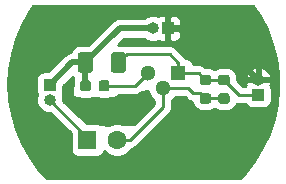
<source format=gbr>
G04 #@! TF.GenerationSoftware,KiCad,Pcbnew,(5.1.4)-1*
G04 #@! TF.CreationDate,2020-05-05T22:33:11+03:00*
G04 #@! TF.ProjectId,Single_Transitor_Amp,53696e67-6c65-45f5-9472-616e7369746f,V1.0*
G04 #@! TF.SameCoordinates,Original*
G04 #@! TF.FileFunction,Copper,L1,Top*
G04 #@! TF.FilePolarity,Positive*
%FSLAX46Y46*%
G04 Gerber Fmt 4.6, Leading zero omitted, Abs format (unit mm)*
G04 Created by KiCad (PCBNEW (5.1.4)-1) date 2020-05-05 22:33:11*
%MOMM*%
%LPD*%
G04 APERTURE LIST*
%ADD10C,1.600000*%
%ADD11R,1.600000X1.600000*%
%ADD12C,0.100000*%
%ADD13C,0.875000*%
%ADD14R,1.000000X1.000000*%
%ADD15O,1.000000X1.000000*%
%ADD16C,1.250000*%
%ADD17R,1.300000X1.300000*%
%ADD18C,1.300000*%
%ADD19C,0.500000*%
%ADD20C,0.250000*%
%ADD21C,0.254000*%
G04 APERTURE END LIST*
D10*
X108930000Y-113950000D03*
D11*
X106430000Y-113950000D03*
D12*
G36*
X118257691Y-108426053D02*
G01*
X118278926Y-108429203D01*
X118299750Y-108434419D01*
X118319962Y-108441651D01*
X118339368Y-108450830D01*
X118357781Y-108461866D01*
X118375024Y-108474654D01*
X118390930Y-108489070D01*
X118405346Y-108504976D01*
X118418134Y-108522219D01*
X118429170Y-108540632D01*
X118438349Y-108560038D01*
X118445581Y-108580250D01*
X118450797Y-108601074D01*
X118453947Y-108622309D01*
X118455000Y-108643750D01*
X118455000Y-109081250D01*
X118453947Y-109102691D01*
X118450797Y-109123926D01*
X118445581Y-109144750D01*
X118438349Y-109164962D01*
X118429170Y-109184368D01*
X118418134Y-109202781D01*
X118405346Y-109220024D01*
X118390930Y-109235930D01*
X118375024Y-109250346D01*
X118357781Y-109263134D01*
X118339368Y-109274170D01*
X118319962Y-109283349D01*
X118299750Y-109290581D01*
X118278926Y-109295797D01*
X118257691Y-109298947D01*
X118236250Y-109300000D01*
X117723750Y-109300000D01*
X117702309Y-109298947D01*
X117681074Y-109295797D01*
X117660250Y-109290581D01*
X117640038Y-109283349D01*
X117620632Y-109274170D01*
X117602219Y-109263134D01*
X117584976Y-109250346D01*
X117569070Y-109235930D01*
X117554654Y-109220024D01*
X117541866Y-109202781D01*
X117530830Y-109184368D01*
X117521651Y-109164962D01*
X117514419Y-109144750D01*
X117509203Y-109123926D01*
X117506053Y-109102691D01*
X117505000Y-109081250D01*
X117505000Y-108643750D01*
X117506053Y-108622309D01*
X117509203Y-108601074D01*
X117514419Y-108580250D01*
X117521651Y-108560038D01*
X117530830Y-108540632D01*
X117541866Y-108522219D01*
X117554654Y-108504976D01*
X117569070Y-108489070D01*
X117584976Y-108474654D01*
X117602219Y-108461866D01*
X117620632Y-108450830D01*
X117640038Y-108441651D01*
X117660250Y-108434419D01*
X117681074Y-108429203D01*
X117702309Y-108426053D01*
X117723750Y-108425000D01*
X118236250Y-108425000D01*
X118257691Y-108426053D01*
X118257691Y-108426053D01*
G37*
D13*
X117980000Y-108862500D03*
D12*
G36*
X118257691Y-110001053D02*
G01*
X118278926Y-110004203D01*
X118299750Y-110009419D01*
X118319962Y-110016651D01*
X118339368Y-110025830D01*
X118357781Y-110036866D01*
X118375024Y-110049654D01*
X118390930Y-110064070D01*
X118405346Y-110079976D01*
X118418134Y-110097219D01*
X118429170Y-110115632D01*
X118438349Y-110135038D01*
X118445581Y-110155250D01*
X118450797Y-110176074D01*
X118453947Y-110197309D01*
X118455000Y-110218750D01*
X118455000Y-110656250D01*
X118453947Y-110677691D01*
X118450797Y-110698926D01*
X118445581Y-110719750D01*
X118438349Y-110739962D01*
X118429170Y-110759368D01*
X118418134Y-110777781D01*
X118405346Y-110795024D01*
X118390930Y-110810930D01*
X118375024Y-110825346D01*
X118357781Y-110838134D01*
X118339368Y-110849170D01*
X118319962Y-110858349D01*
X118299750Y-110865581D01*
X118278926Y-110870797D01*
X118257691Y-110873947D01*
X118236250Y-110875000D01*
X117723750Y-110875000D01*
X117702309Y-110873947D01*
X117681074Y-110870797D01*
X117660250Y-110865581D01*
X117640038Y-110858349D01*
X117620632Y-110849170D01*
X117602219Y-110838134D01*
X117584976Y-110825346D01*
X117569070Y-110810930D01*
X117554654Y-110795024D01*
X117541866Y-110777781D01*
X117530830Y-110759368D01*
X117521651Y-110739962D01*
X117514419Y-110719750D01*
X117509203Y-110698926D01*
X117506053Y-110677691D01*
X117505000Y-110656250D01*
X117505000Y-110218750D01*
X117506053Y-110197309D01*
X117509203Y-110176074D01*
X117514419Y-110155250D01*
X117521651Y-110135038D01*
X117530830Y-110115632D01*
X117541866Y-110097219D01*
X117554654Y-110079976D01*
X117569070Y-110064070D01*
X117584976Y-110049654D01*
X117602219Y-110036866D01*
X117620632Y-110025830D01*
X117640038Y-110016651D01*
X117660250Y-110009419D01*
X117681074Y-110004203D01*
X117702309Y-110001053D01*
X117723750Y-110000000D01*
X118236250Y-110000000D01*
X118257691Y-110001053D01*
X118257691Y-110001053D01*
G37*
D13*
X117980000Y-110437500D03*
D14*
X120880000Y-110130000D03*
D15*
X120880000Y-108860000D03*
D12*
G36*
X116687691Y-110001053D02*
G01*
X116708926Y-110004203D01*
X116729750Y-110009419D01*
X116749962Y-110016651D01*
X116769368Y-110025830D01*
X116787781Y-110036866D01*
X116805024Y-110049654D01*
X116820930Y-110064070D01*
X116835346Y-110079976D01*
X116848134Y-110097219D01*
X116859170Y-110115632D01*
X116868349Y-110135038D01*
X116875581Y-110155250D01*
X116880797Y-110176074D01*
X116883947Y-110197309D01*
X116885000Y-110218750D01*
X116885000Y-110656250D01*
X116883947Y-110677691D01*
X116880797Y-110698926D01*
X116875581Y-110719750D01*
X116868349Y-110739962D01*
X116859170Y-110759368D01*
X116848134Y-110777781D01*
X116835346Y-110795024D01*
X116820930Y-110810930D01*
X116805024Y-110825346D01*
X116787781Y-110838134D01*
X116769368Y-110849170D01*
X116749962Y-110858349D01*
X116729750Y-110865581D01*
X116708926Y-110870797D01*
X116687691Y-110873947D01*
X116666250Y-110875000D01*
X116153750Y-110875000D01*
X116132309Y-110873947D01*
X116111074Y-110870797D01*
X116090250Y-110865581D01*
X116070038Y-110858349D01*
X116050632Y-110849170D01*
X116032219Y-110838134D01*
X116014976Y-110825346D01*
X115999070Y-110810930D01*
X115984654Y-110795024D01*
X115971866Y-110777781D01*
X115960830Y-110759368D01*
X115951651Y-110739962D01*
X115944419Y-110719750D01*
X115939203Y-110698926D01*
X115936053Y-110677691D01*
X115935000Y-110656250D01*
X115935000Y-110218750D01*
X115936053Y-110197309D01*
X115939203Y-110176074D01*
X115944419Y-110155250D01*
X115951651Y-110135038D01*
X115960830Y-110115632D01*
X115971866Y-110097219D01*
X115984654Y-110079976D01*
X115999070Y-110064070D01*
X116014976Y-110049654D01*
X116032219Y-110036866D01*
X116050632Y-110025830D01*
X116070038Y-110016651D01*
X116090250Y-110009419D01*
X116111074Y-110004203D01*
X116132309Y-110001053D01*
X116153750Y-110000000D01*
X116666250Y-110000000D01*
X116687691Y-110001053D01*
X116687691Y-110001053D01*
G37*
D13*
X116410000Y-110437500D03*
D12*
G36*
X116687691Y-108426053D02*
G01*
X116708926Y-108429203D01*
X116729750Y-108434419D01*
X116749962Y-108441651D01*
X116769368Y-108450830D01*
X116787781Y-108461866D01*
X116805024Y-108474654D01*
X116820930Y-108489070D01*
X116835346Y-108504976D01*
X116848134Y-108522219D01*
X116859170Y-108540632D01*
X116868349Y-108560038D01*
X116875581Y-108580250D01*
X116880797Y-108601074D01*
X116883947Y-108622309D01*
X116885000Y-108643750D01*
X116885000Y-109081250D01*
X116883947Y-109102691D01*
X116880797Y-109123926D01*
X116875581Y-109144750D01*
X116868349Y-109164962D01*
X116859170Y-109184368D01*
X116848134Y-109202781D01*
X116835346Y-109220024D01*
X116820930Y-109235930D01*
X116805024Y-109250346D01*
X116787781Y-109263134D01*
X116769368Y-109274170D01*
X116749962Y-109283349D01*
X116729750Y-109290581D01*
X116708926Y-109295797D01*
X116687691Y-109298947D01*
X116666250Y-109300000D01*
X116153750Y-109300000D01*
X116132309Y-109298947D01*
X116111074Y-109295797D01*
X116090250Y-109290581D01*
X116070038Y-109283349D01*
X116050632Y-109274170D01*
X116032219Y-109263134D01*
X116014976Y-109250346D01*
X115999070Y-109235930D01*
X115984654Y-109220024D01*
X115971866Y-109202781D01*
X115960830Y-109184368D01*
X115951651Y-109164962D01*
X115944419Y-109144750D01*
X115939203Y-109123926D01*
X115936053Y-109102691D01*
X115935000Y-109081250D01*
X115935000Y-108643750D01*
X115936053Y-108622309D01*
X115939203Y-108601074D01*
X115944419Y-108580250D01*
X115951651Y-108560038D01*
X115960830Y-108540632D01*
X115971866Y-108522219D01*
X115984654Y-108504976D01*
X115999070Y-108489070D01*
X116014976Y-108474654D01*
X116032219Y-108461866D01*
X116050632Y-108450830D01*
X116070038Y-108441651D01*
X116090250Y-108434419D01*
X116111074Y-108429203D01*
X116132309Y-108426053D01*
X116153750Y-108425000D01*
X116666250Y-108425000D01*
X116687691Y-108426053D01*
X116687691Y-108426053D01*
G37*
D13*
X116410000Y-108862500D03*
D12*
G36*
X106649504Y-106516204D02*
G01*
X106673773Y-106519804D01*
X106697571Y-106525765D01*
X106720671Y-106534030D01*
X106742849Y-106544520D01*
X106763893Y-106557133D01*
X106783598Y-106571747D01*
X106801777Y-106588223D01*
X106818253Y-106606402D01*
X106832867Y-106626107D01*
X106845480Y-106647151D01*
X106855970Y-106669329D01*
X106864235Y-106692429D01*
X106870196Y-106716227D01*
X106873796Y-106740496D01*
X106875000Y-106765000D01*
X106875000Y-108015000D01*
X106873796Y-108039504D01*
X106870196Y-108063773D01*
X106864235Y-108087571D01*
X106855970Y-108110671D01*
X106845480Y-108132849D01*
X106832867Y-108153893D01*
X106818253Y-108173598D01*
X106801777Y-108191777D01*
X106783598Y-108208253D01*
X106763893Y-108222867D01*
X106742849Y-108235480D01*
X106720671Y-108245970D01*
X106697571Y-108254235D01*
X106673773Y-108260196D01*
X106649504Y-108263796D01*
X106625000Y-108265000D01*
X105875000Y-108265000D01*
X105850496Y-108263796D01*
X105826227Y-108260196D01*
X105802429Y-108254235D01*
X105779329Y-108245970D01*
X105757151Y-108235480D01*
X105736107Y-108222867D01*
X105716402Y-108208253D01*
X105698223Y-108191777D01*
X105681747Y-108173598D01*
X105667133Y-108153893D01*
X105654520Y-108132849D01*
X105644030Y-108110671D01*
X105635765Y-108087571D01*
X105629804Y-108063773D01*
X105626204Y-108039504D01*
X105625000Y-108015000D01*
X105625000Y-106765000D01*
X105626204Y-106740496D01*
X105629804Y-106716227D01*
X105635765Y-106692429D01*
X105644030Y-106669329D01*
X105654520Y-106647151D01*
X105667133Y-106626107D01*
X105681747Y-106606402D01*
X105698223Y-106588223D01*
X105716402Y-106571747D01*
X105736107Y-106557133D01*
X105757151Y-106544520D01*
X105779329Y-106534030D01*
X105802429Y-106525765D01*
X105826227Y-106519804D01*
X105850496Y-106516204D01*
X105875000Y-106515000D01*
X106625000Y-106515000D01*
X106649504Y-106516204D01*
X106649504Y-106516204D01*
G37*
D16*
X106250000Y-107390000D03*
D12*
G36*
X109449504Y-106516204D02*
G01*
X109473773Y-106519804D01*
X109497571Y-106525765D01*
X109520671Y-106534030D01*
X109542849Y-106544520D01*
X109563893Y-106557133D01*
X109583598Y-106571747D01*
X109601777Y-106588223D01*
X109618253Y-106606402D01*
X109632867Y-106626107D01*
X109645480Y-106647151D01*
X109655970Y-106669329D01*
X109664235Y-106692429D01*
X109670196Y-106716227D01*
X109673796Y-106740496D01*
X109675000Y-106765000D01*
X109675000Y-108015000D01*
X109673796Y-108039504D01*
X109670196Y-108063773D01*
X109664235Y-108087571D01*
X109655970Y-108110671D01*
X109645480Y-108132849D01*
X109632867Y-108153893D01*
X109618253Y-108173598D01*
X109601777Y-108191777D01*
X109583598Y-108208253D01*
X109563893Y-108222867D01*
X109542849Y-108235480D01*
X109520671Y-108245970D01*
X109497571Y-108254235D01*
X109473773Y-108260196D01*
X109449504Y-108263796D01*
X109425000Y-108265000D01*
X108675000Y-108265000D01*
X108650496Y-108263796D01*
X108626227Y-108260196D01*
X108602429Y-108254235D01*
X108579329Y-108245970D01*
X108557151Y-108235480D01*
X108536107Y-108222867D01*
X108516402Y-108208253D01*
X108498223Y-108191777D01*
X108481747Y-108173598D01*
X108467133Y-108153893D01*
X108454520Y-108132849D01*
X108444030Y-108110671D01*
X108435765Y-108087571D01*
X108429804Y-108063773D01*
X108426204Y-108039504D01*
X108425000Y-108015000D01*
X108425000Y-106765000D01*
X108426204Y-106740496D01*
X108429804Y-106716227D01*
X108435765Y-106692429D01*
X108444030Y-106669329D01*
X108454520Y-106647151D01*
X108467133Y-106626107D01*
X108481747Y-106606402D01*
X108498223Y-106588223D01*
X108516402Y-106571747D01*
X108536107Y-106557133D01*
X108557151Y-106544520D01*
X108579329Y-106534030D01*
X108602429Y-106525765D01*
X108626227Y-106519804D01*
X108650496Y-106516204D01*
X108675000Y-106515000D01*
X109425000Y-106515000D01*
X109449504Y-106516204D01*
X109449504Y-106516204D01*
G37*
D16*
X109050000Y-107390000D03*
D12*
G36*
X106502691Y-108896053D02*
G01*
X106523926Y-108899203D01*
X106544750Y-108904419D01*
X106564962Y-108911651D01*
X106584368Y-108920830D01*
X106602781Y-108931866D01*
X106620024Y-108944654D01*
X106635930Y-108959070D01*
X106650346Y-108974976D01*
X106663134Y-108992219D01*
X106674170Y-109010632D01*
X106683349Y-109030038D01*
X106690581Y-109050250D01*
X106695797Y-109071074D01*
X106698947Y-109092309D01*
X106700000Y-109113750D01*
X106700000Y-109626250D01*
X106698947Y-109647691D01*
X106695797Y-109668926D01*
X106690581Y-109689750D01*
X106683349Y-109709962D01*
X106674170Y-109729368D01*
X106663134Y-109747781D01*
X106650346Y-109765024D01*
X106635930Y-109780930D01*
X106620024Y-109795346D01*
X106602781Y-109808134D01*
X106584368Y-109819170D01*
X106564962Y-109828349D01*
X106544750Y-109835581D01*
X106523926Y-109840797D01*
X106502691Y-109843947D01*
X106481250Y-109845000D01*
X106043750Y-109845000D01*
X106022309Y-109843947D01*
X106001074Y-109840797D01*
X105980250Y-109835581D01*
X105960038Y-109828349D01*
X105940632Y-109819170D01*
X105922219Y-109808134D01*
X105904976Y-109795346D01*
X105889070Y-109780930D01*
X105874654Y-109765024D01*
X105861866Y-109747781D01*
X105850830Y-109729368D01*
X105841651Y-109709962D01*
X105834419Y-109689750D01*
X105829203Y-109668926D01*
X105826053Y-109647691D01*
X105825000Y-109626250D01*
X105825000Y-109113750D01*
X105826053Y-109092309D01*
X105829203Y-109071074D01*
X105834419Y-109050250D01*
X105841651Y-109030038D01*
X105850830Y-109010632D01*
X105861866Y-108992219D01*
X105874654Y-108974976D01*
X105889070Y-108959070D01*
X105904976Y-108944654D01*
X105922219Y-108931866D01*
X105940632Y-108920830D01*
X105960038Y-108911651D01*
X105980250Y-108904419D01*
X106001074Y-108899203D01*
X106022309Y-108896053D01*
X106043750Y-108895000D01*
X106481250Y-108895000D01*
X106502691Y-108896053D01*
X106502691Y-108896053D01*
G37*
D13*
X106262500Y-109370000D03*
D12*
G36*
X108077691Y-108896053D02*
G01*
X108098926Y-108899203D01*
X108119750Y-108904419D01*
X108139962Y-108911651D01*
X108159368Y-108920830D01*
X108177781Y-108931866D01*
X108195024Y-108944654D01*
X108210930Y-108959070D01*
X108225346Y-108974976D01*
X108238134Y-108992219D01*
X108249170Y-109010632D01*
X108258349Y-109030038D01*
X108265581Y-109050250D01*
X108270797Y-109071074D01*
X108273947Y-109092309D01*
X108275000Y-109113750D01*
X108275000Y-109626250D01*
X108273947Y-109647691D01*
X108270797Y-109668926D01*
X108265581Y-109689750D01*
X108258349Y-109709962D01*
X108249170Y-109729368D01*
X108238134Y-109747781D01*
X108225346Y-109765024D01*
X108210930Y-109780930D01*
X108195024Y-109795346D01*
X108177781Y-109808134D01*
X108159368Y-109819170D01*
X108139962Y-109828349D01*
X108119750Y-109835581D01*
X108098926Y-109840797D01*
X108077691Y-109843947D01*
X108056250Y-109845000D01*
X107618750Y-109845000D01*
X107597309Y-109843947D01*
X107576074Y-109840797D01*
X107555250Y-109835581D01*
X107535038Y-109828349D01*
X107515632Y-109819170D01*
X107497219Y-109808134D01*
X107479976Y-109795346D01*
X107464070Y-109780930D01*
X107449654Y-109765024D01*
X107436866Y-109747781D01*
X107425830Y-109729368D01*
X107416651Y-109709962D01*
X107409419Y-109689750D01*
X107404203Y-109668926D01*
X107401053Y-109647691D01*
X107400000Y-109626250D01*
X107400000Y-109113750D01*
X107401053Y-109092309D01*
X107404203Y-109071074D01*
X107409419Y-109050250D01*
X107416651Y-109030038D01*
X107425830Y-109010632D01*
X107436866Y-108992219D01*
X107449654Y-108974976D01*
X107464070Y-108959070D01*
X107479976Y-108944654D01*
X107497219Y-108931866D01*
X107515632Y-108920830D01*
X107535038Y-108911651D01*
X107555250Y-108904419D01*
X107576074Y-108899203D01*
X107597309Y-108896053D01*
X107618750Y-108895000D01*
X108056250Y-108895000D01*
X108077691Y-108896053D01*
X108077691Y-108896053D01*
G37*
D13*
X107837500Y-109370000D03*
D15*
X103220000Y-110550000D03*
D14*
X103220000Y-109280000D03*
D17*
X114090000Y-108300000D03*
D18*
X111550000Y-108300000D03*
X112820000Y-109570000D03*
D15*
X111970000Y-104500000D03*
D14*
X113240000Y-104500000D03*
D19*
X116520000Y-104500000D02*
X113240000Y-104500000D01*
X120880000Y-108860000D02*
X116520000Y-104500000D01*
X109140000Y-104500000D02*
X106250000Y-107390000D01*
X111970000Y-104500000D02*
X109140000Y-104500000D01*
X105110000Y-107390000D02*
X103220000Y-109280000D01*
X106250000Y-107390000D02*
X105110000Y-107390000D01*
X106250000Y-109357500D02*
X106262500Y-109370000D01*
X106250000Y-107390000D02*
X106250000Y-109357500D01*
D20*
X106430000Y-113760000D02*
X106430000Y-113950000D01*
X103220000Y-110550000D02*
X106430000Y-113760000D01*
X112820000Y-110489238D02*
X112820000Y-109570000D01*
X112820000Y-111191370D02*
X112820000Y-110489238D01*
X110061370Y-113950000D02*
X112820000Y-111191370D01*
X108930000Y-113950000D02*
X110061370Y-113950000D01*
X117980000Y-110437500D02*
X116410000Y-110437500D01*
X115948388Y-109975888D02*
X115385888Y-109975888D01*
X116410000Y-110437500D02*
X115948388Y-109975888D01*
X114980000Y-109570000D02*
X112820000Y-109570000D01*
X115385888Y-109975888D02*
X114980000Y-109570000D01*
X116410000Y-108862500D02*
X117980000Y-108862500D01*
X115847500Y-108300000D02*
X114090000Y-108300000D01*
X116410000Y-108862500D02*
X115847500Y-108300000D01*
X109745710Y-106694290D02*
X109050000Y-107390000D01*
X113384290Y-106694290D02*
X109745710Y-106694290D01*
X114090000Y-107400000D02*
X113384290Y-106694290D01*
X114090000Y-108300000D02*
X114090000Y-107400000D01*
X119247500Y-110130000D02*
X117980000Y-108862500D01*
X120880000Y-110130000D02*
X119247500Y-110130000D01*
X110480000Y-109370000D02*
X111550000Y-108300000D01*
X107837500Y-109370000D02*
X110480000Y-109370000D01*
D21*
G36*
X121000310Y-103423902D02*
G01*
X121591999Y-104576190D01*
X122049438Y-105788041D01*
X122366750Y-107043883D01*
X122539859Y-108327588D01*
X122566535Y-109622625D01*
X122446438Y-110912356D01*
X122181109Y-112180215D01*
X121773963Y-113409875D01*
X121230229Y-114585549D01*
X120556900Y-115692111D01*
X119759099Y-116719891D01*
X119325301Y-117179905D01*
X102977697Y-117174446D01*
X102277310Y-116404372D01*
X101519926Y-115353721D01*
X100886336Y-114224063D01*
X100384708Y-113029960D01*
X100021476Y-111786737D01*
X99808150Y-110550000D01*
X102079509Y-110550000D01*
X102101423Y-110772499D01*
X102166324Y-110986447D01*
X102271716Y-111183623D01*
X102413551Y-111356449D01*
X102586377Y-111498284D01*
X102783553Y-111603676D01*
X102997501Y-111668577D01*
X103164248Y-111685000D01*
X103275752Y-111685000D01*
X103279800Y-111684601D01*
X104991928Y-113396730D01*
X104991928Y-114750000D01*
X105004188Y-114874482D01*
X105040498Y-114994180D01*
X105099463Y-115104494D01*
X105178815Y-115201185D01*
X105275506Y-115280537D01*
X105385820Y-115339502D01*
X105505518Y-115375812D01*
X105630000Y-115388072D01*
X107230000Y-115388072D01*
X107354482Y-115375812D01*
X107474180Y-115339502D01*
X107584494Y-115280537D01*
X107681185Y-115201185D01*
X107760537Y-115104494D01*
X107819502Y-114994180D01*
X107848661Y-114898057D01*
X108015241Y-115064637D01*
X108250273Y-115221680D01*
X108511426Y-115329853D01*
X108788665Y-115385000D01*
X109071335Y-115385000D01*
X109348574Y-115329853D01*
X109609727Y-115221680D01*
X109844759Y-115064637D01*
X110044637Y-114864759D01*
X110151519Y-114704798D01*
X110210356Y-114699003D01*
X110353617Y-114655546D01*
X110485646Y-114584974D01*
X110601371Y-114490001D01*
X110625174Y-114460997D01*
X113331004Y-111755168D01*
X113360001Y-111731371D01*
X113401967Y-111680235D01*
X113454974Y-111615647D01*
X113525546Y-111483617D01*
X113525546Y-111483616D01*
X113569003Y-111340356D01*
X113580000Y-111228703D01*
X113580000Y-111228693D01*
X113583676Y-111191370D01*
X113580000Y-111154047D01*
X113580000Y-110607641D01*
X113639140Y-110568125D01*
X113818125Y-110389140D01*
X113857641Y-110330000D01*
X114665199Y-110330000D01*
X114822084Y-110486885D01*
X114845887Y-110515889D01*
X114961612Y-110610862D01*
X115093641Y-110681434D01*
X115236902Y-110724891D01*
X115304343Y-110731533D01*
X115313392Y-110823408D01*
X115362150Y-110984142D01*
X115441329Y-111132275D01*
X115547885Y-111262115D01*
X115677725Y-111368671D01*
X115825858Y-111447850D01*
X115986592Y-111496608D01*
X116153750Y-111513072D01*
X116666250Y-111513072D01*
X116833408Y-111496608D01*
X116994142Y-111447850D01*
X117142275Y-111368671D01*
X117195000Y-111325401D01*
X117247725Y-111368671D01*
X117395858Y-111447850D01*
X117556592Y-111496608D01*
X117723750Y-111513072D01*
X118236250Y-111513072D01*
X118403408Y-111496608D01*
X118564142Y-111447850D01*
X118712275Y-111368671D01*
X118842115Y-111262115D01*
X118948671Y-111132275D01*
X119027850Y-110984142D01*
X119063010Y-110868233D01*
X119098514Y-110879003D01*
X119210167Y-110890000D01*
X119210175Y-110890000D01*
X119247500Y-110893676D01*
X119284825Y-110890000D01*
X119798954Y-110890000D01*
X119849463Y-110984494D01*
X119928815Y-111081185D01*
X120025506Y-111160537D01*
X120135820Y-111219502D01*
X120255518Y-111255812D01*
X120380000Y-111268072D01*
X121380000Y-111268072D01*
X121504482Y-111255812D01*
X121624180Y-111219502D01*
X121734494Y-111160537D01*
X121831185Y-111081185D01*
X121910537Y-110984494D01*
X121969502Y-110874180D01*
X122005812Y-110754482D01*
X122018072Y-110630000D01*
X122018072Y-109630000D01*
X122005812Y-109505518D01*
X121969502Y-109385820D01*
X121921930Y-109296820D01*
X121957446Y-109216864D01*
X121974119Y-109161874D01*
X121847954Y-108987000D01*
X121007000Y-108987000D01*
X121007000Y-108991928D01*
X120753000Y-108991928D01*
X120753000Y-108987000D01*
X119912046Y-108987000D01*
X119785881Y-109161874D01*
X119802554Y-109216864D01*
X119838070Y-109296820D01*
X119798954Y-109370000D01*
X119562302Y-109370000D01*
X119093072Y-108900771D01*
X119093072Y-108643750D01*
X119084639Y-108558126D01*
X119785881Y-108558126D01*
X119912046Y-108733000D01*
X120753000Y-108733000D01*
X120753000Y-107890871D01*
X121007000Y-107890871D01*
X121007000Y-108733000D01*
X121847954Y-108733000D01*
X121974119Y-108558126D01*
X121957446Y-108503136D01*
X121867123Y-108299794D01*
X121738865Y-108117980D01*
X121577601Y-107964682D01*
X121389529Y-107845790D01*
X121181876Y-107765874D01*
X121007000Y-107890871D01*
X120753000Y-107890871D01*
X120578124Y-107765874D01*
X120370471Y-107845790D01*
X120182399Y-107964682D01*
X120021135Y-108117980D01*
X119892877Y-108299794D01*
X119802554Y-108503136D01*
X119785881Y-108558126D01*
X119084639Y-108558126D01*
X119076608Y-108476592D01*
X119027850Y-108315858D01*
X118948671Y-108167725D01*
X118842115Y-108037885D01*
X118712275Y-107931329D01*
X118564142Y-107852150D01*
X118403408Y-107803392D01*
X118236250Y-107786928D01*
X117723750Y-107786928D01*
X117556592Y-107803392D01*
X117395858Y-107852150D01*
X117247725Y-107931329D01*
X117195000Y-107974599D01*
X117142275Y-107931329D01*
X116994142Y-107852150D01*
X116833408Y-107803392D01*
X116666250Y-107786928D01*
X116409601Y-107786928D01*
X116387501Y-107759999D01*
X116271776Y-107665026D01*
X116139747Y-107594454D01*
X115996486Y-107550997D01*
X115884833Y-107540000D01*
X115884822Y-107540000D01*
X115847500Y-107536324D01*
X115810178Y-107540000D01*
X115367238Y-107540000D01*
X115365812Y-107525518D01*
X115329502Y-107405820D01*
X115270537Y-107295506D01*
X115191185Y-107198815D01*
X115094494Y-107119463D01*
X114984180Y-107060498D01*
X114864482Y-107024188D01*
X114744566Y-107012378D01*
X114724974Y-106975724D01*
X114630001Y-106859999D01*
X114601002Y-106836201D01*
X113948093Y-106183292D01*
X113924291Y-106154289D01*
X113808566Y-106059316D01*
X113676537Y-105988744D01*
X113533276Y-105945287D01*
X113421623Y-105934290D01*
X113421612Y-105934290D01*
X113384290Y-105930614D01*
X113346968Y-105934290D01*
X109783043Y-105934290D01*
X109745710Y-105930613D01*
X109725530Y-105932601D01*
X109598254Y-105893992D01*
X109425000Y-105876928D01*
X109014651Y-105876928D01*
X109506579Y-105385000D01*
X111259265Y-105385000D01*
X111336377Y-105448284D01*
X111533553Y-105553676D01*
X111747501Y-105618577D01*
X111914248Y-105635000D01*
X112025752Y-105635000D01*
X112192499Y-105618577D01*
X112406447Y-105553676D01*
X112417621Y-105547703D01*
X112495820Y-105589502D01*
X112615518Y-105625812D01*
X112740000Y-105638072D01*
X112954250Y-105635000D01*
X113113000Y-105476250D01*
X113113000Y-104627000D01*
X113367000Y-104627000D01*
X113367000Y-105476250D01*
X113525750Y-105635000D01*
X113740000Y-105638072D01*
X113864482Y-105625812D01*
X113984180Y-105589502D01*
X114094494Y-105530537D01*
X114191185Y-105451185D01*
X114270537Y-105354494D01*
X114329502Y-105244180D01*
X114365812Y-105124482D01*
X114378072Y-105000000D01*
X114375000Y-104785750D01*
X114216250Y-104627000D01*
X113367000Y-104627000D01*
X113113000Y-104627000D01*
X113097983Y-104627000D01*
X113110491Y-104500000D01*
X113097983Y-104373000D01*
X113113000Y-104373000D01*
X113113000Y-103523750D01*
X113367000Y-103523750D01*
X113367000Y-104373000D01*
X114216250Y-104373000D01*
X114375000Y-104214250D01*
X114378072Y-104000000D01*
X114365812Y-103875518D01*
X114329502Y-103755820D01*
X114270537Y-103645506D01*
X114191185Y-103548815D01*
X114094494Y-103469463D01*
X113984180Y-103410498D01*
X113864482Y-103374188D01*
X113740000Y-103361928D01*
X113525750Y-103365000D01*
X113367000Y-103523750D01*
X113113000Y-103523750D01*
X112954250Y-103365000D01*
X112740000Y-103361928D01*
X112615518Y-103374188D01*
X112495820Y-103410498D01*
X112417621Y-103452297D01*
X112406447Y-103446324D01*
X112192499Y-103381423D01*
X112025752Y-103365000D01*
X111914248Y-103365000D01*
X111747501Y-103381423D01*
X111533553Y-103446324D01*
X111336377Y-103551716D01*
X111259265Y-103615000D01*
X109183465Y-103615000D01*
X109139999Y-103610719D01*
X109096533Y-103615000D01*
X109096523Y-103615000D01*
X108966510Y-103627805D01*
X108799687Y-103678411D01*
X108645941Y-103760589D01*
X108645939Y-103760590D01*
X108645940Y-103760590D01*
X108544953Y-103843468D01*
X108544951Y-103843470D01*
X108511183Y-103871183D01*
X108483470Y-103904951D01*
X106511494Y-105876928D01*
X105875000Y-105876928D01*
X105701746Y-105893992D01*
X105535150Y-105944528D01*
X105381614Y-106026595D01*
X105247038Y-106137038D01*
X105136595Y-106271614D01*
X105054528Y-106425150D01*
X105029191Y-106508677D01*
X104936510Y-106517805D01*
X104769686Y-106568411D01*
X104615941Y-106650589D01*
X104514953Y-106733468D01*
X104514951Y-106733470D01*
X104481183Y-106761183D01*
X104453470Y-106794951D01*
X103106494Y-108141928D01*
X102720000Y-108141928D01*
X102595518Y-108154188D01*
X102475820Y-108190498D01*
X102365506Y-108249463D01*
X102268815Y-108328815D01*
X102189463Y-108425506D01*
X102130498Y-108535820D01*
X102094188Y-108655518D01*
X102081928Y-108780000D01*
X102081928Y-109780000D01*
X102094188Y-109904482D01*
X102130498Y-110024180D01*
X102172297Y-110102379D01*
X102166324Y-110113553D01*
X102101423Y-110327501D01*
X102079509Y-110550000D01*
X99808150Y-110550000D01*
X99801316Y-110510383D01*
X99727060Y-109217320D01*
X99799659Y-107924166D01*
X100018184Y-106647523D01*
X100379819Y-105403844D01*
X100879919Y-104209093D01*
X101514931Y-103073494D01*
X101835818Y-102609989D01*
X120457502Y-102609382D01*
X121000310Y-103423902D01*
X121000310Y-103423902D01*
G37*
X121000310Y-103423902D02*
X121591999Y-104576190D01*
X122049438Y-105788041D01*
X122366750Y-107043883D01*
X122539859Y-108327588D01*
X122566535Y-109622625D01*
X122446438Y-110912356D01*
X122181109Y-112180215D01*
X121773963Y-113409875D01*
X121230229Y-114585549D01*
X120556900Y-115692111D01*
X119759099Y-116719891D01*
X119325301Y-117179905D01*
X102977697Y-117174446D01*
X102277310Y-116404372D01*
X101519926Y-115353721D01*
X100886336Y-114224063D01*
X100384708Y-113029960D01*
X100021476Y-111786737D01*
X99808150Y-110550000D01*
X102079509Y-110550000D01*
X102101423Y-110772499D01*
X102166324Y-110986447D01*
X102271716Y-111183623D01*
X102413551Y-111356449D01*
X102586377Y-111498284D01*
X102783553Y-111603676D01*
X102997501Y-111668577D01*
X103164248Y-111685000D01*
X103275752Y-111685000D01*
X103279800Y-111684601D01*
X104991928Y-113396730D01*
X104991928Y-114750000D01*
X105004188Y-114874482D01*
X105040498Y-114994180D01*
X105099463Y-115104494D01*
X105178815Y-115201185D01*
X105275506Y-115280537D01*
X105385820Y-115339502D01*
X105505518Y-115375812D01*
X105630000Y-115388072D01*
X107230000Y-115388072D01*
X107354482Y-115375812D01*
X107474180Y-115339502D01*
X107584494Y-115280537D01*
X107681185Y-115201185D01*
X107760537Y-115104494D01*
X107819502Y-114994180D01*
X107848661Y-114898057D01*
X108015241Y-115064637D01*
X108250273Y-115221680D01*
X108511426Y-115329853D01*
X108788665Y-115385000D01*
X109071335Y-115385000D01*
X109348574Y-115329853D01*
X109609727Y-115221680D01*
X109844759Y-115064637D01*
X110044637Y-114864759D01*
X110151519Y-114704798D01*
X110210356Y-114699003D01*
X110353617Y-114655546D01*
X110485646Y-114584974D01*
X110601371Y-114490001D01*
X110625174Y-114460997D01*
X113331004Y-111755168D01*
X113360001Y-111731371D01*
X113401967Y-111680235D01*
X113454974Y-111615647D01*
X113525546Y-111483617D01*
X113525546Y-111483616D01*
X113569003Y-111340356D01*
X113580000Y-111228703D01*
X113580000Y-111228693D01*
X113583676Y-111191370D01*
X113580000Y-111154047D01*
X113580000Y-110607641D01*
X113639140Y-110568125D01*
X113818125Y-110389140D01*
X113857641Y-110330000D01*
X114665199Y-110330000D01*
X114822084Y-110486885D01*
X114845887Y-110515889D01*
X114961612Y-110610862D01*
X115093641Y-110681434D01*
X115236902Y-110724891D01*
X115304343Y-110731533D01*
X115313392Y-110823408D01*
X115362150Y-110984142D01*
X115441329Y-111132275D01*
X115547885Y-111262115D01*
X115677725Y-111368671D01*
X115825858Y-111447850D01*
X115986592Y-111496608D01*
X116153750Y-111513072D01*
X116666250Y-111513072D01*
X116833408Y-111496608D01*
X116994142Y-111447850D01*
X117142275Y-111368671D01*
X117195000Y-111325401D01*
X117247725Y-111368671D01*
X117395858Y-111447850D01*
X117556592Y-111496608D01*
X117723750Y-111513072D01*
X118236250Y-111513072D01*
X118403408Y-111496608D01*
X118564142Y-111447850D01*
X118712275Y-111368671D01*
X118842115Y-111262115D01*
X118948671Y-111132275D01*
X119027850Y-110984142D01*
X119063010Y-110868233D01*
X119098514Y-110879003D01*
X119210167Y-110890000D01*
X119210175Y-110890000D01*
X119247500Y-110893676D01*
X119284825Y-110890000D01*
X119798954Y-110890000D01*
X119849463Y-110984494D01*
X119928815Y-111081185D01*
X120025506Y-111160537D01*
X120135820Y-111219502D01*
X120255518Y-111255812D01*
X120380000Y-111268072D01*
X121380000Y-111268072D01*
X121504482Y-111255812D01*
X121624180Y-111219502D01*
X121734494Y-111160537D01*
X121831185Y-111081185D01*
X121910537Y-110984494D01*
X121969502Y-110874180D01*
X122005812Y-110754482D01*
X122018072Y-110630000D01*
X122018072Y-109630000D01*
X122005812Y-109505518D01*
X121969502Y-109385820D01*
X121921930Y-109296820D01*
X121957446Y-109216864D01*
X121974119Y-109161874D01*
X121847954Y-108987000D01*
X121007000Y-108987000D01*
X121007000Y-108991928D01*
X120753000Y-108991928D01*
X120753000Y-108987000D01*
X119912046Y-108987000D01*
X119785881Y-109161874D01*
X119802554Y-109216864D01*
X119838070Y-109296820D01*
X119798954Y-109370000D01*
X119562302Y-109370000D01*
X119093072Y-108900771D01*
X119093072Y-108643750D01*
X119084639Y-108558126D01*
X119785881Y-108558126D01*
X119912046Y-108733000D01*
X120753000Y-108733000D01*
X120753000Y-107890871D01*
X121007000Y-107890871D01*
X121007000Y-108733000D01*
X121847954Y-108733000D01*
X121974119Y-108558126D01*
X121957446Y-108503136D01*
X121867123Y-108299794D01*
X121738865Y-108117980D01*
X121577601Y-107964682D01*
X121389529Y-107845790D01*
X121181876Y-107765874D01*
X121007000Y-107890871D01*
X120753000Y-107890871D01*
X120578124Y-107765874D01*
X120370471Y-107845790D01*
X120182399Y-107964682D01*
X120021135Y-108117980D01*
X119892877Y-108299794D01*
X119802554Y-108503136D01*
X119785881Y-108558126D01*
X119084639Y-108558126D01*
X119076608Y-108476592D01*
X119027850Y-108315858D01*
X118948671Y-108167725D01*
X118842115Y-108037885D01*
X118712275Y-107931329D01*
X118564142Y-107852150D01*
X118403408Y-107803392D01*
X118236250Y-107786928D01*
X117723750Y-107786928D01*
X117556592Y-107803392D01*
X117395858Y-107852150D01*
X117247725Y-107931329D01*
X117195000Y-107974599D01*
X117142275Y-107931329D01*
X116994142Y-107852150D01*
X116833408Y-107803392D01*
X116666250Y-107786928D01*
X116409601Y-107786928D01*
X116387501Y-107759999D01*
X116271776Y-107665026D01*
X116139747Y-107594454D01*
X115996486Y-107550997D01*
X115884833Y-107540000D01*
X115884822Y-107540000D01*
X115847500Y-107536324D01*
X115810178Y-107540000D01*
X115367238Y-107540000D01*
X115365812Y-107525518D01*
X115329502Y-107405820D01*
X115270537Y-107295506D01*
X115191185Y-107198815D01*
X115094494Y-107119463D01*
X114984180Y-107060498D01*
X114864482Y-107024188D01*
X114744566Y-107012378D01*
X114724974Y-106975724D01*
X114630001Y-106859999D01*
X114601002Y-106836201D01*
X113948093Y-106183292D01*
X113924291Y-106154289D01*
X113808566Y-106059316D01*
X113676537Y-105988744D01*
X113533276Y-105945287D01*
X113421623Y-105934290D01*
X113421612Y-105934290D01*
X113384290Y-105930614D01*
X113346968Y-105934290D01*
X109783043Y-105934290D01*
X109745710Y-105930613D01*
X109725530Y-105932601D01*
X109598254Y-105893992D01*
X109425000Y-105876928D01*
X109014651Y-105876928D01*
X109506579Y-105385000D01*
X111259265Y-105385000D01*
X111336377Y-105448284D01*
X111533553Y-105553676D01*
X111747501Y-105618577D01*
X111914248Y-105635000D01*
X112025752Y-105635000D01*
X112192499Y-105618577D01*
X112406447Y-105553676D01*
X112417621Y-105547703D01*
X112495820Y-105589502D01*
X112615518Y-105625812D01*
X112740000Y-105638072D01*
X112954250Y-105635000D01*
X113113000Y-105476250D01*
X113113000Y-104627000D01*
X113367000Y-104627000D01*
X113367000Y-105476250D01*
X113525750Y-105635000D01*
X113740000Y-105638072D01*
X113864482Y-105625812D01*
X113984180Y-105589502D01*
X114094494Y-105530537D01*
X114191185Y-105451185D01*
X114270537Y-105354494D01*
X114329502Y-105244180D01*
X114365812Y-105124482D01*
X114378072Y-105000000D01*
X114375000Y-104785750D01*
X114216250Y-104627000D01*
X113367000Y-104627000D01*
X113113000Y-104627000D01*
X113097983Y-104627000D01*
X113110491Y-104500000D01*
X113097983Y-104373000D01*
X113113000Y-104373000D01*
X113113000Y-103523750D01*
X113367000Y-103523750D01*
X113367000Y-104373000D01*
X114216250Y-104373000D01*
X114375000Y-104214250D01*
X114378072Y-104000000D01*
X114365812Y-103875518D01*
X114329502Y-103755820D01*
X114270537Y-103645506D01*
X114191185Y-103548815D01*
X114094494Y-103469463D01*
X113984180Y-103410498D01*
X113864482Y-103374188D01*
X113740000Y-103361928D01*
X113525750Y-103365000D01*
X113367000Y-103523750D01*
X113113000Y-103523750D01*
X112954250Y-103365000D01*
X112740000Y-103361928D01*
X112615518Y-103374188D01*
X112495820Y-103410498D01*
X112417621Y-103452297D01*
X112406447Y-103446324D01*
X112192499Y-103381423D01*
X112025752Y-103365000D01*
X111914248Y-103365000D01*
X111747501Y-103381423D01*
X111533553Y-103446324D01*
X111336377Y-103551716D01*
X111259265Y-103615000D01*
X109183465Y-103615000D01*
X109139999Y-103610719D01*
X109096533Y-103615000D01*
X109096523Y-103615000D01*
X108966510Y-103627805D01*
X108799687Y-103678411D01*
X108645941Y-103760589D01*
X108645939Y-103760590D01*
X108645940Y-103760590D01*
X108544953Y-103843468D01*
X108544951Y-103843470D01*
X108511183Y-103871183D01*
X108483470Y-103904951D01*
X106511494Y-105876928D01*
X105875000Y-105876928D01*
X105701746Y-105893992D01*
X105535150Y-105944528D01*
X105381614Y-106026595D01*
X105247038Y-106137038D01*
X105136595Y-106271614D01*
X105054528Y-106425150D01*
X105029191Y-106508677D01*
X104936510Y-106517805D01*
X104769686Y-106568411D01*
X104615941Y-106650589D01*
X104514953Y-106733468D01*
X104514951Y-106733470D01*
X104481183Y-106761183D01*
X104453470Y-106794951D01*
X103106494Y-108141928D01*
X102720000Y-108141928D01*
X102595518Y-108154188D01*
X102475820Y-108190498D01*
X102365506Y-108249463D01*
X102268815Y-108328815D01*
X102189463Y-108425506D01*
X102130498Y-108535820D01*
X102094188Y-108655518D01*
X102081928Y-108780000D01*
X102081928Y-109780000D01*
X102094188Y-109904482D01*
X102130498Y-110024180D01*
X102172297Y-110102379D01*
X102166324Y-110113553D01*
X102101423Y-110327501D01*
X102079509Y-110550000D01*
X99808150Y-110550000D01*
X99801316Y-110510383D01*
X99727060Y-109217320D01*
X99799659Y-107924166D01*
X100018184Y-106647523D01*
X100379819Y-105403844D01*
X100879919Y-104209093D01*
X101514931Y-103073494D01*
X101835818Y-102609989D01*
X120457502Y-102609382D01*
X121000310Y-103423902D01*
G36*
X105143020Y-110197746D02*
G01*
X105145020Y-110222562D01*
X105151823Y-110246511D01*
X105163168Y-110268672D01*
X105178618Y-110288195D01*
X105197579Y-110304328D01*
X105229839Y-110320483D01*
X105529839Y-110420483D01*
X105554116Y-110426003D01*
X105570000Y-110427000D01*
X105746022Y-110427000D01*
X105876592Y-110466608D01*
X106043750Y-110483072D01*
X106481250Y-110483072D01*
X106648408Y-110466608D01*
X106778978Y-110427000D01*
X107321022Y-110427000D01*
X107451592Y-110466608D01*
X107618750Y-110483072D01*
X108056250Y-110483072D01*
X108223408Y-110466608D01*
X108353978Y-110427000D01*
X108590000Y-110427000D01*
X108614776Y-110424560D01*
X108638601Y-110417333D01*
X108658901Y-110406685D01*
X109087316Y-110130000D01*
X110442678Y-110130000D01*
X110480000Y-110133676D01*
X110517322Y-110130000D01*
X110517333Y-110130000D01*
X110628986Y-110119003D01*
X110772247Y-110075546D01*
X110904276Y-110004974D01*
X111020001Y-109910001D01*
X111035827Y-109890718D01*
X111516334Y-109835201D01*
X111583019Y-109937975D01*
X111584381Y-109944821D01*
X111681247Y-110178676D01*
X111821875Y-110389140D01*
X111975330Y-110542595D01*
X112060000Y-110673087D01*
X112060000Y-110876568D01*
X110371455Y-112565113D01*
X109451864Y-112612931D01*
X109348574Y-112570147D01*
X109071335Y-112515000D01*
X108788665Y-112515000D01*
X108511426Y-112570147D01*
X108270756Y-112669836D01*
X107558144Y-112605378D01*
X107474180Y-112560498D01*
X107354482Y-112524188D01*
X107230000Y-112511928D01*
X106525000Y-112511928D01*
X106361311Y-112497122D01*
X105596487Y-111851686D01*
X104371556Y-110626755D01*
X104331393Y-109952015D01*
X104345812Y-109904482D01*
X104358072Y-109780000D01*
X104358072Y-109393506D01*
X105171740Y-108579838D01*
X105143020Y-110197746D01*
X105143020Y-110197746D01*
G37*
X105143020Y-110197746D02*
X105145020Y-110222562D01*
X105151823Y-110246511D01*
X105163168Y-110268672D01*
X105178618Y-110288195D01*
X105197579Y-110304328D01*
X105229839Y-110320483D01*
X105529839Y-110420483D01*
X105554116Y-110426003D01*
X105570000Y-110427000D01*
X105746022Y-110427000D01*
X105876592Y-110466608D01*
X106043750Y-110483072D01*
X106481250Y-110483072D01*
X106648408Y-110466608D01*
X106778978Y-110427000D01*
X107321022Y-110427000D01*
X107451592Y-110466608D01*
X107618750Y-110483072D01*
X108056250Y-110483072D01*
X108223408Y-110466608D01*
X108353978Y-110427000D01*
X108590000Y-110427000D01*
X108614776Y-110424560D01*
X108638601Y-110417333D01*
X108658901Y-110406685D01*
X109087316Y-110130000D01*
X110442678Y-110130000D01*
X110480000Y-110133676D01*
X110517322Y-110130000D01*
X110517333Y-110130000D01*
X110628986Y-110119003D01*
X110772247Y-110075546D01*
X110904276Y-110004974D01*
X111020001Y-109910001D01*
X111035827Y-109890718D01*
X111516334Y-109835201D01*
X111583019Y-109937975D01*
X111584381Y-109944821D01*
X111681247Y-110178676D01*
X111821875Y-110389140D01*
X111975330Y-110542595D01*
X112060000Y-110673087D01*
X112060000Y-110876568D01*
X110371455Y-112565113D01*
X109451864Y-112612931D01*
X109348574Y-112570147D01*
X109071335Y-112515000D01*
X108788665Y-112515000D01*
X108511426Y-112570147D01*
X108270756Y-112669836D01*
X107558144Y-112605378D01*
X107474180Y-112560498D01*
X107354482Y-112524188D01*
X107230000Y-112511928D01*
X106525000Y-112511928D01*
X106361311Y-112497122D01*
X105596487Y-111851686D01*
X104371556Y-110626755D01*
X104331393Y-109952015D01*
X104345812Y-109904482D01*
X104358072Y-109780000D01*
X104358072Y-109393506D01*
X105171740Y-108579838D01*
X105143020Y-110197746D01*
M02*

</source>
